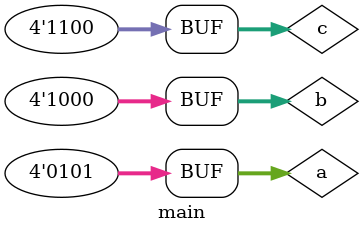
<source format=v>

module main;
  wire [3:0] a,b,c;

  assign a=4'd5, b=4'd8, c=4'd12;

  initial begin
    #1;
    if (a===4'd5 && b===4'd8 && c==4'd12)
      $display("PASSED");
    else
      $display("FAILED");
  end
endmodule

</source>
